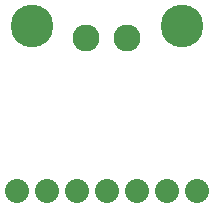
<source format=gbr>
G04 EAGLE Gerber RS-274X export*
G75*
%MOMM*%
%FSLAX34Y34*%
%LPD*%
%INSoldermask Bottom*%
%IPPOS*%
%AMOC8*
5,1,8,0,0,1.08239X$1,22.5*%
G01*
%ADD10C,2.286000*%
%ADD11C,3.617600*%
%ADD12C,2.032000*%


D10*
X70900Y154940D03*
X105900Y154940D03*
D11*
X152400Y165100D03*
X25400Y165100D03*
D12*
X165100Y25400D03*
X139700Y25400D03*
X114300Y25400D03*
X88900Y25400D03*
X63500Y25400D03*
X38100Y25400D03*
X12700Y25400D03*
M02*

</source>
